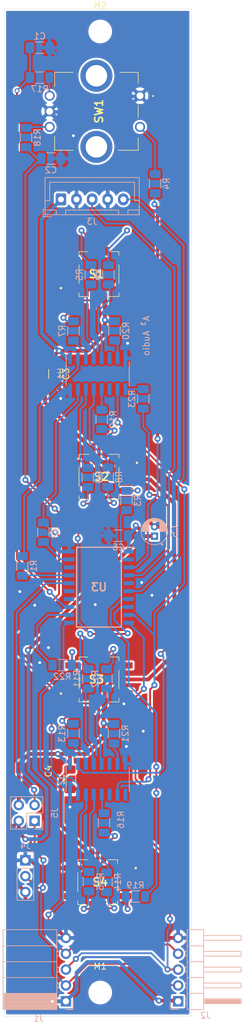
<source format=kicad_pcb>
(kicad_pcb (version 20211014) (generator pcbnew)
  (title_block (comment 4 "AISLER Project ID: ZHBAFTOC"))
  (layers (0 "F.Cu" signal "Front") (31 "B.Cu" signal "Back") (34 "B.Paste" user) (35 "F.Paste" user) (36 "B.SilkS" user "B.Silkscreen") (37 "F.SilkS" user "F.Silkscreen") (38 "B.Mask" user) (39 "F.Mask" user) (44 "Edge.Cuts" user))
  (net 0 "")
  (net 1 "GND")
  (net 2 "ENCA")
  (net 3 "ENCB")
  (net 4 "VCC")
  (net 5 "BUT3")
  (net 6 "BUT2")
  (net 7 "BUT1")
  (net 8 "BUT0")
  (net 9 "PSHFDATA")
  (net 10 "PSHFUDATE")
  (net 11 "ADC1")
  (net 12 "ADC0")
  (net 13 "S1_R")
  (net 14 "Net-(R5-Pad1)")
  (net 15 "Net-(R6-Pad1)")
  (net 16 "S1_G")
  (net 17 "S1_b")
  (net 18 "Net-(R7-Pad1)")
  (net 19 "Net-(R8-Pad1)")
  (net 20 "S2_R")
  (net 21 "Net-(R9-Pad1)")
  (net 22 "Net-(R10-Pad1)")
  (net 23 "Net-(R11-Pad1)")
  (net 24 "Net-(R12-Pad1)")
  (net 25 "Net-(R13-Pad1)")
  (net 26 "Net-(R14-Pad1)")
  (net 27 "Net-(R15-Pad1)")
  (net 28 "Net-(R16-Pad1)")
  (net 29 "Net-(R17-Pad2)")
  (net 30 "Net-(R18-Pad2)")
  (net 31 "ENCSW")
  (net 32 "Net-(R20-Pad1)")
  (net 33 "Net-(R21-Pad1)")
  (net 34 "S2_G")
  (net 35 "S2_B")
  (net 36 "S3_R")
  (net 37 "S3_G")
  (net 38 "S3_B")
  (net 39 "S4_R")
  (net 40 "S4_G")
  (net 41 "S4_B")
  (net 51 "VCC_w")
  (net 52 "SDA")
  (net 53 "UPDI_w")
  (net 54 "SCL")
  (net 55 "UPDI")
  (net 56 "PSFHCLK")
  (net 64 "PSHFDATA2")
  (net 65 "Net-(R1-Pad1)")
  (net 66 "Net-(R2-Pad1)")
  (net 67 "Net-(R3-Pad1)")
  (net 68 "Net-(R4-Pad1)")
  (net 69 "Net-(R19-Pad1)")
  (net 70 "Net-(R22-Pad1)")
  (net 71 "Net-(R23-Pad1)")
  (footprint "Capacitor_SMD:C_1206_3216Metric_Pad1.33x1.80mm_HandSolder" (layer "F.Cu") (at 139.25 140.3 -90)
    (fp_text reference "C4")
    (fp_text value "100nF")
  )
  (footprint "Capacitor_SMD:C_1206_3216Metric_Pad1.33x1.80mm_HandSolder" (layer "F.Cu") (at 136.75 75.3 -90)
    (fp_text reference "C3")
    (fp_text value "100nF")
  )
  (footprint "3dAudioFoot:228CMVARGBFR_SMD" (layer "F.Cu") (at 143.9 91.8)
    (fp_text reference "S2")
    (fp_text value "228CMVARGBFR" hide)
  )
  (footprint "3dAudioFoot:228CMVARGBFR_SMD" (layer "F.Cu") (at 143.9 124.3 180)
    (fp_text reference "S3")
    (fp_text value "228CMVARGBFR" hide)
  )
  (footprint "3dAudioFoot:228CMVARGBFR_SMD" (layer "F.Cu") (at 143.7 156.8)
    (fp_text reference "S4")
    (fp_text value "228CMVARGBFR" hide)
  )
  (footprint "3dAudioFoot:228CMVARGBFR_SMD" (layer "F.Cu") (at 143.9 59.3 180)
    (fp_text reference "S1")
    (fp_text value "228CMVARGBFR" hide)
  )
  (footprint "MountingHole:MountingHole_3.2mm_M3" (layer "F.Cu") (at 144.1 20.4)
    (fp_text reference "M2")
    (fp_text value "MountingHole_3.2mm_M3")
  )
  (footprint "3dAudioFoot:PEC11R4230KS0024" (layer "F.Cu") (at 143.4875 30.7 -90)
    (fp_text reference "SW1")
    (fp_text value "Rotary_Encoder_Switch" hide)
  )
  (footprint "MountingHole:MountingHole_3.2mm_M3" (layer "F.Cu") (at 144.1 174.5)
    (fp_text reference "M1")
    (fp_text value "MountingHole_3.2mm_M3")
  )
  (footprint "Package_SO:SOIC-16_3.9x9.9mm_P1.27mm" (layer "B.Cu") (at 143.7 140.3 -90)
    (fp_text reference "U2")
    (fp_text value "TPIC6C595")
  )
  (footprint "Package_SO:SOIC-16_3.9x9.9mm_P1.27mm" (layer "B.Cu") (at 143.7 75.3 -90)
    (fp_text reference "U1")
    (fp_text value "TPIC6C595")
  )
  (footprint "Resistor_SMD:R_1206_3216Metric_Pad1.30x1.75mm_HandSolder" (layer "B.Cu") (at 132.2 37.4 90)
    (fp_text reference "R18")
    (fp_text value "27k")
  )
  (footprint "Resistor_SMD:R_1206_3216Metric_Pad1.30x1.75mm_HandSolder" (layer "B.Cu") (at 142.1 91.9 90)
    (fp_text reference "R9")
    (fp_text value "155")
  )
  (footprint "Resistor_SMD:R_1206_3216Metric_Pad1.30x1.75mm_HandSolder" (layer "B.Cu") (at 144.7 147.3 90)
    (fp_text reference "R16")
    (fp_text value "100")
  )
  (footprint "Resistor_SMD:R_1206_3216Metric_Pad1.30x1.75mm_HandSolder" (layer "B.Cu") (at 142.3 156.7 90)
    (fp_text reference "R15")
    (fp_text value "155")
  )
  (footprint "Resistor_SMD:R_1206_3216Metric_Pad1.30x1.75mm_HandSolder" (layer "B.Cu") (at 145.1 156.8 90)
    (fp_text reference "R14")
    (fp_text value "165")
  )
  (footprint "Resistor_SMD:R_1206_3216Metric_Pad1.30x1.75mm_HandSolder" (layer "B.Cu") (at 139.8 132.95 -90)
    (fp_text reference "R13")
    (fp_text value "100")
  )
  (footprint "Resistor_SMD:R_1206_3216Metric_Pad1.30x1.75mm_HandSolder" (layer "B.Cu") (at 145.3 91.85 90)
    (fp_text reference "R8")
    (fp_text value "165")
  )
  (footprint "Resistor_SMD:R_1206_3216Metric_Pad1.30x1.75mm_HandSolder" (layer "B.Cu") (at 145.1 124.2 -90)
    (fp_text reference "R12")
    (fp_text value "155")
  )
  (footprint "Resistor_SMD:R_1206_3216Metric_Pad1.30x1.75mm_HandSolder" (layer "B.Cu") (at 142.2 124.2 -90)
    (fp_text reference "R11")
    (fp_text value "165")
  )
  (footprint "Resistor_SMD:R_1206_3216Metric_Pad1.30x1.75mm_HandSolder" (layer "B.Cu") (at 144.335 82.6 90)
    (fp_text reference "R10")
    (fp_text value "100")
  )
  (footprint "Resistor_SMD:R_1206_3216Metric_Pad1.30x1.75mm_HandSolder" (layer "B.Cu") (at 145.4 59.4 -90)
    (fp_text reference "R6")
    (fp_text value "155")
  )
  (footprint "Resistor_SMD:R_1206_3216Metric_Pad1.30x1.75mm_HandSolder" (layer "B.Cu") (at 142.6 59.4 -90)
    (fp_text reference "R5")
    (fp_text value "165")
  )
  (footprint "Capacitor_SMD:C_1206_3216Metric_Pad1.33x1.80mm_HandSolder" (layer "B.Cu") (at 134.4 23 180)
    (fp_text reference "C1")
    (fp_text value "100nF")
  )
  (footprint "Resistor_SMD:R_1206_3216Metric_Pad1.30x1.75mm_HandSolder" (layer "B.Cu") (at 146.4 68.4 90)
    (fp_text reference "R20")
    (fp_text value "4K7")
  )
  (footprint "Resistor_SMD:R_1206_3216Metric_Pad1.30x1.75mm_HandSolder" (layer "B.Cu") (at 146.3 133 90)
    (fp_text reference "R21")
    (fp_text value "4K7")
  )
  (footprint "Resistor_SMD:R_1206_3216Metric_Pad1.30x1.75mm_HandSolder" (layer "B.Cu") (at 134.4 27.8)
    (fp_text reference "R17")
    (fp_text value "27k")
  )
  (footprint "Capacitor_SMD:C_1206_3216Metric_Pad1.33x1.80mm_HandSolder" (layer "B.Cu") (at 136.2 40.7691)
    (fp_text reference "C2")
    (fp_text value "100nF")
  )
  (footprint "Resistor_SMD:R_1206_3216Metric_Pad1.30x1.75mm_HandSolder" (layer "B.Cu") (at 139.8 68.4 -90)
    (fp_text reference "R7")
    (fp_text value "100")
  )
  (footprint "Resistor_SMD:R_1206_3216Metric_Pad1.30x1.75mm_HandSolder" (layer "B.Cu") (at 138 122)
    (fp_text reference "R22")
    (fp_text value "4k7")
  )
  (footprint "3dAudioFoot:attiny1626" (layer "B.Cu") (at 143.9 109.5 180)
    (fp_text reference "U3")
    (fp_text value "ATtiny1626" hide)
  )
  (footprint "Resistor_SMD:R_1206_3216Metric_Pad1.30x1.75mm_HandSolder" (layer "B.Cu") (at 149.75 159.1 180)
    (fp_text reference "R19")
    (fp_text value "4k7")
  )
  (footprint "Resistor_SMD:R_1206_3216Metric_Pad1.30x1.75mm_HandSolder" (layer "B.Cu") (at 151 79.3 -90)
    (fp_text reference "R23")
    (fp_text value "0R")
  )
  (footprint "Resistor_SMD:R_1206_3216Metric_Pad1.30x1.75mm_HandSolder" (layer "B.Cu") (at 135 100.7 90)
    (fp_text reference "R2")
    (fp_text value "0R")
  )
  (footprint "Connector_PinHeader_2.54mm:PinHeader_2x02_P2.54mm_Vertical" (layer "B.Cu") (at 133.575 146.975 90)
    (fp_text reference "J5")
    (fp_text value "Programm_Jumper")
  )
  (footprint "Capacitor_THT:CP_Radial_D4.0mm_P1.50mm" (layer "B.Cu") (at 152.8 101.3226 90)
    (fp_text reference "C5")
    (fp_text value "10uF")
  )
  (footprint "Connector_PinSocket_2.54mm:PinSocket_1x05_P2.54mm_Horizontal" (layer "B.Cu") (at 138.6 175.9)
    (fp_text reference "J1")
    (fp_text value "SPI_Female")
  )
  (footprint "Connector_PinHeader_2.54mm:PinHeader_1x03_P2.54mm_Vertical" (layer "B.Cu") (at 132.1 153.3 180)
    (fp_text reference "J4")
    (fp_text value "UPDI_Interface")
  )
  (footprint "3dAudioFoot:JST_XH_B5B-XH-A_1x05_P2.50mm_Vertical" (layer "B.Cu") (at 137.8 47.325)
    (fp_text reference "J3")
    (fp_text value "Conn_01x05")
  )
  (footprint "Capacitor_SMD:C_1206_3216Metric_Pad1.33x1.80mm_HandSolder" (layer "B.Cu") (at 147 101.25)
    (fp_text reference "C6")
    (fp_text value "100nF")
  )
  (footprint "Resistor_SMD:R_1206_3216Metric_Pad1.30x1.75mm_HandSolder" (layer "B.Cu") (at 152.9 44.8 90)
    (fp_text reference "R4")
    (fp_text value "4k7")
  )
  (footprint "Resistor_SMD:R_1206_3216Metric_Pad1.30x1.75mm_HandSolder" (layer "B.Cu") (at 148.3 95.6 90)
    (fp_text reference "R3")
    (fp_text value "4k7")
  )
  (footprint "Connector_PinHeader_2.54mm:PinHeader_1x05_P2.54mm_Horizontal" (layer "B.Cu") (at 156.6 175.9)
    (fp_text reference "J2")
    (fp_text value "SPI_Male")
  )
  (footprint "Resistor_SMD:R_1206_3216Metric_Pad1.30x1.75mm_HandSolder" (layer "B.Cu") (at 131.6 106.1 90)
    (fp_text reference "R1")
    (fp_text value "0R")
  )
  (gr_line (start 128.7 16.8) (end 128.7 178.3) (layer "Edge.Cuts") (width 0.05))
  (gr_line (start 128.7 178.3) (end 158.7 178.3) (layer "Edge.Cuts") (width 0.05))
  (gr_line (start 128.7 16.8) (end 158.7 16.8) (layer "Edge.Cuts") (width 0.05))
  (gr_line (start 158.7 16.8) (end 158.7 178.3) (layer "Edge.Cuts") (width 0.05))
  (gr_text "A³ Audio" (at 151.5 69.2 90) (layer "B.SilkS") (effects (font (size 1 1)) (justify mirror)))
  (segment (start 137.16 156.89) (end 139.5 154.55) (width 0.6) (layer "F.Cu") (net 1))
  (segment (start 153.8226 99.8226) (end 154 100) (width 0.6) (layer "F.Cu") (net 1))
  (segment (start 147.9 128.2) (end 147.9 126.1875) (width 0.6) (layer "F.Cu") (net 1))
  (segment (start 148.3 135.0375) (end 147.9 134.6375) (width 0.6) (layer "F.Cu") (net 1))
  (segment (start 154 100) (end 154 105.5) (width 0.6) (layer "F.Cu") (net 1))
  (segment (start 137.75 77.8625) (end 136.75 76.8625) (width 0.6) (layer "F.Cu") (net 1))
  (segment (start 148.1 70) (end 148.1 61.55) (width 0.6) (layer "F.Cu") (net 1))
  (segment (start 152.8 99.8226) (end 153.8226 99.8226) (width 0.6) (layer "F.Cu") (net 1))
  (segment (start 147.9 134.6375) (end 147.9 128.2) (width 0.6) (layer "F.Cu") (net 1))
  (segment (start 147.2 112.3) (end 150.75 108.75) (width 0.6) (layer "F.Cu") (net 1))
  (segment (start 138.6 165.74) (end 156.6 165.74) (width 0.6) (layer "F.Cu") (net 1))
  (segment (start 137.16 157.48) (end 132.98 153.3) (width 0.6) (layer "F.Cu") (net 1))
  (segment (start 132.98 153.3) (end 132.1 153.3) (width 0.6) (layer "F.Cu") (net 1))
  (segment (start 137.75 79.25) (end 137.75 77.8625) (width 0.6) (layer "F.Cu") (net 1))
  (segment (start 138.6 165.74) (end 137.16 164.3) (width 0.6) (layer "F.Cu") (net 1))
  (segment (start 139.25 141.8625) (end 139.25 144.75) (width 0.6) (layer "F.Cu") (net 1))
  (segment (start 154 105.5) (end 150.75 108.75) (width 0.6) (layer "F.Cu") (net 1))
  (segment (start 143.3 112.3) (end 147.2 112.3) (width 0.6) (layer "F.Cu") (net 1))
  (segment (start 137.16 157.48) (end 137.16 156.89) (width 0.6) (layer "F.Cu") (net 1))
  (segment (start 148.5 70.4) (end 148.1 70) (width 0.6) (layer "F.Cu") (net 1))
  (segment (start 137.16 164.3) (end 137.16 157.48) (width 0.6) (layer "F.Cu") (net 1))
  (via (at 131.2 110.2) (size 1) (drill 0.45) (layers "F.Cu" "B.Cu") (net 1))
  (via (at 133.6 112.4) (size 1) (drill 0.45) (layers "F.Cu" "B.Cu") (net 1))
  (via (at 152.4 110.8) (size 1) (drill 0.45) (layers "F.Cu" "B.Cu") (net 1))
  (via (at 143.3 112.3) (size 1) (drill 0.45) (layers "F.Cu" "B.Cu") (net 1))
  (via (at 139.25 144.75) (size 1) (drill 0.45) (layers "F.Cu" "B.Cu") (net 1))
  (via (at 135.8 119.2) (size 1) (drill 0.45) (layers "F.Cu" "B.Cu") (net 1))
  (via (at 150.75 108.75) (size 1) (drill 0.45) (layers "F.Cu" "B.Cu") (net 1))
  (via (at 134.4 121.6) (size 1) (drill 0.45) (layers "F.Cu" "B.Cu") (net 1))
  (via (at 148.5 70.4) (size 1) (drill 0.45) (layers "F.Cu" "B.Cu") (net 1))
  (via (at 151 132.6) (size 1) (drill 0.45) (layers "F.Cu" "B.Cu") (net 1))
  (via (at 147.9 128.2) (size 1) (drill 0.45) (layers "F.Cu" "B.Cu") (net 1))
  (via (at 148.3 135.0375) (size 1) (drill 0.45) (layers "F.Cu" "B.Cu") (net 1))
  (via (at 139.8 37.1125) (size 1) (drill 0.45) (layers "F.Cu" "B.Cu") (net 1))
  (via (at 137.75 79.25) (size 1) (drill 0.45) (layers "F.Cu" "B.Cu") (net 1))
  (segment (start 147.945 135.3925) (end 148.3 135.0375) (width 0.6) (layer "B.Cu") (net 1))
  (segment (start 137.4125 29.4125) (end 141.3 33.3) (width 0.6) (layer "B.Cu") (net 1))
  (segment (start 147.9 119.15) (end 143.25 114.5) (width 0.6) (layer "B.Cu") (net 1))
  (segment (start 150.75 108.75) (end 155.9 103.6) (width 0.6) (layer "B.Cu") (net 1))
  (segment (start 143.25 114.5) (end 143.25 112.35) (width 0.6) (layer "B.Cu") (net 1))
  (segment (start 139.125 103.785) (end 139.125 101.519365) (width 0.6) (layer "B.Cu") (net 1))
  (segment (start 155.9 103.6) (end 155.9 92.1) (width 0.6) (layer "B.Cu") (net 1))
  (segment (start 135.9875 33.3) (end 139.8 37.1125) (width 0.6) (layer "B.Cu") (net 1))
  (segment (start 139.255 144.745) (end 139.25 144.75) (width 0.6) (layer "B.Cu") (net 1))
  (segment (start 137.7625 34.975) (end 135.9875 33.2) (width 0.6) (layer "B.Cu") (net 1))
  (segment (start 143.1 33.5) (end 142.9 33.3) (width 0.6) (layer "B.Cu") (net 1))
  (segment (start 143.25 112.35) (end 143.3 112.3) (width 0.6) (layer "B.Cu") (net 1))
  (segment (start 135.9625 23) (end 137.4125 24.45) (width 0.6) (layer "B.Cu") (net 1))
  (segment (start 142.9 33.3) (end 141.3 33.3) (width 0.6) (layer "B.Cu") (net 1))
  (segment (start 140.844365 99.8) (end 143.9875 99.8) (width 0.6) (layer "B.Cu") (net 1))
  (segment (start 137.4125 24.45) (end 137.4125 29.4125) (width 0.6) (layer "B.Cu") (net 1))
  (segment (start 145.8 30.8) (end 143.1 33.5) (width 0.6) (layer "B.Cu") (net 1))
  (segment (start 147.9 128.2) (end 147.9 119.15) (width 0.6) (layer "B.Cu") (net 1))
  (segment (start 137.7625 40.7691) (end 137.7625 34.975) (width 0.6) (layer "B.Cu") (net 1))
  (segment (start 155.9 92.1) (end 156.75 91.25) (width 0.6) (layer "B.Cu") (net 1))
  (segment (start 139.125 101.519365) (end 140.844365 99.8) (width 0.6) (layer "B.Cu") (net 1))
  (segment (start 141.3 33.3) (end 135.9875 33.3) (width 0.6) (layer "B.Cu") (net 1))
  (segment (start 139.255 77.775) (end 139.225 77.775) (width 0.6) (layer "B.Cu") (net 1))
  (segment (start 143.9875 99.8) (end 145.4375 101.25) (width 0.6) (layer "B.Cu") (net 1))
  (segment (start 148.145 70.755) (end 148.5 70.4) (width 0.6) (layer "B.Cu") (net 1))
  (segment (start 147.945 137.4625) (end 147.945 135.3925) (width 0.6) (layer "B.Cu") (net 1))
  (segment (start 150.4875 30.8) (end 145.8 30.8) (width 0.6) (layer "B.Cu") (net 1))
  (segment (start 148.145 72.825) (end 148.145 70.755) (width 0.6) (layer "B.Cu") (net 1))
  (segment (start 156.75 91.25) (end 156.75 56.75) (width 0.6) (layer "B.Cu") (net 1))
  (segment (start 139.255 142.775) (end 139.255 144.745) (width 0.6) (layer "B.Cu") (net 1))
  (segment (start 139.225 77.775) (end 137.75 79.25) (width 0.6) (layer "B.Cu") (net 1))
  (segment (start 136 110.25) (end 130.75 105) (width 0.3) (layer "F.Cu") (net 2))
  (segment (start 130.75 105) (end 130.75 29.9) (width 0.3) (layer "F.Cu") (net 2))
  (via (at 136 110.25) (size 1) (drill 0.45) (layers "F.Cu" "B.Cu") (net 2))
  (via (at 130.75 29.9) (size 0.8) (drill 0.45) (layers "F.Cu" "B.Cu") (net 2))
  (segment (start 139.125 112.675) (end 138.425 112.675) (width 0.3) (layer "B.Cu") (net 2))
  (segment (start 132.8375 27.7875) (end 132.85 27.8) (width 0.3) (layer "B.Cu") (net 2))
  (segment (start 138.425 112.675) (end 136 110.25) (width 0.3) (layer "B.Cu") (net 2))
  (segment (start 132.85 27.8) (end 130.75 29.9) (width 0.3) (layer "B.Cu") (net 2))
  (segment (start 132.8375 23) (end 132.8375 27.7875) (width 0.3) (layer "B.Cu") (net 2))
  (segment (start 140.6 101.6) (end 140.5 101.7) (width 0.3) (layer "F.Cu") (net 3))
  (segment (start 132.1 92.3) (end 136.7 96.9) (width 0.3) (layer "F.Cu") (net 3))
  (segment (start 136.7 96.9) (end 136.8 96.9) (width 0.3) (layer "F.Cu") (net 3))
  (segment (start 142.5 117) (end 148.4 117) (width 0.3) (layer "F.Cu") (net 3))
  (segment (start 140.6 100.7) (end 140.6 101.6) (width 0.3) (layer "F.Cu") (net 3))
  (segment (start 148.4 117) (end 148.5 116.9) (width 0.3) (layer "F.Cu") (net 3))
  (segment (start 136.8 96.9) (end 140.6 100.7) (width 0.3) (layer "F.Cu") (net 3))
  (via (at 136.8 96.9) (size 1) (drill 0.45) (layers "F.Cu" "B.Cu") (net 3))
  (via (at 142.5 117) (size 1) (drill 0.45) (layers "F.Cu" "B.Cu") (net 3))
  (via (at 132.1 92.3) (size 1) (drill 0.45) (layers "F.Cu" "B.Cu") (net 3))
  (via (at 140.5 101.7) (size 1) (drill 0.45) (layers "F.Cu" "B.Cu") (net 3))
  (via (at 148.5 116.9) (size 1) (drill 0.45) (layers "F.Cu" "B.Cu") (net 3))
  (segment (start 147.425 112.675) (end 146.4 113.7) (width 0.3) (layer "B.Cu") (net 3))
  (segment (start 134.6375 40.7691) (end 134.0191 40.7691) (width 0.3) (layer "B.Cu") (net 3))
  (segment (start 140.5 101.7) (end 140.5 115) (width 0.3) (layer "B.Cu") (net 3))
  (segment (start 132.1 43.3066) (end 134.6375 40.7691) (width 0.3) (layer "B.Cu") (net 3))
  (segment (start 148.675 112.675) (end 147.425 112.675) (width 0.3) (layer "B.Cu") (net 3))
  (segment (start 146.4 114.8) (end 148.5 116.9) (width 0.3) (layer "B.Cu") (net 3))
  (segment (start 140.5 115) (end 142.5 117) (width 0.3) (layer "B.Cu") (net 3))
  (segment (start 132.1 46.0691) (end 132.1 43.3066) (width 0.3) (layer "B.Cu") (net 3))
  (segment (start 132.1 92.3) (end 132.1 46.0691) (width 0.3) (layer "B.Cu") (net 3))
  (segment (start 134.0191 40.7691) (end 132.2 38.95) (width 0.3) (layer "B.Cu") (net 3))
  (segment (start 146.4 113.7) (end 146.4 114.8) (width 0.3) (layer "B.Cu") (net 3))
  (segment (start 139.25 138.7375) (end 139.25 136.25) (width 0.6) (layer "F.Cu") (net 4))
  (segment (start 144.65 133.4875) (end 144.65 131.2875) (width 0.6) (layer "F.Cu") (net 4))
  (segment (start 136.75 73.7375) (end 136.75 72.35) (width 0.6) (layer "F.Cu") (net 4))
  (segment (start 137.5 71.6) (end 142.1 71.6) (width 0.6) (layer "F.Cu") (net 4))
  (segment (start 142.95 89.25) (end 145.9 92.2) (width 0.6) (layer "F.Cu") (net 4))
  (segment (start 142.1 71.6) (end 142.6 71.1) (width 0.6) (layer "F.Cu") (net 4))
  (segment (start 142.6 71.1) (end 144.85 68.85) (width 0.6) (layer "F.Cu") (net 4))
  (segment (start 142.4 135.7375) (end 144.65 133.4875) (width 0.6) (layer "F.Cu") (net 4))
  (segment (start 144.85 128.5) (end 144.85 125.95) (width 0.6) (layer "F.Cu") (net 4))
  (segment (start 135.25 75.2375) (end 136.75 73.7375) (width 0.6) (layer "F.Cu") (net 4))
  (segment (start 137.75 140.2375) (end 139.25 138.7375) (width 0.6) (layer "F.Cu") (net 4))
  (segment (start 144.85 125.95) (end 146.5 124.3) (width 0.6) (layer "F.Cu") (net 4))
  (segment (start 136.75 72.35) (end 137.5 71.6) (width 0.6) (layer "F.Cu") (net 4))
  (segment (start 131.035 137.865) (end 132.6625 136.2375) (width 0.6) (layer "F.Cu") (net 4))
  (segment (start 131.035 144.435) (end 131.035 137.865) (width 0.6) (layer "F.Cu") (net 4))
  (segment (start 132.6625 136.2375) (end 137.3 136.2375) (width 0.6) (layer "F.Cu") (net 4))
  (segment (start 142.95 87.6) (end 135.25 79.9) (width 0.6) (layer "F.Cu") (net 4))
  (segment (start 145.9 92.2) (end 152.1 92.2) (width 0.6) (layer "F.Cu") (net 4))
  (segment (start 142.75 152.6) (end 137.75 147.6) (width 0.6) (layer "F.Cu") (net 4))
  (segment (start 137.3 136.2375) (end 139.2625 136.2375) (width 0.6) (layer "F.Cu") (net 4))
  (segment (start 139.2625 136.2375) (end 141.9 136.2375) (width 0.6) (layer "F.Cu") (net 4))
  (segment (start 144.85 66.65) (end 144.85 63.5) (width 0.6) (layer "F.Cu") (net 4))
  (segment (start 146.5 124.3) (end 151.8 124.3) (width 0.6) (layer "F.Cu") (net 4))
  (segment (start 139.25 136.25) (end 139.2625 136.2375) (width 0.6) (layer "F.Cu") (net 4))
  (segment (start 151.8 124.3) (end 156 120.1) (width 0.6) (layer "F.Cu") (net 4))
  (segment (start 141.9 136.2375) (end 142.4 135.7375) (width 0.6) (layer "F.Cu") (net 4))
  (segment (start 144.65 131.2875) (end 144.65 128.1375) (width 0.6) (layer "F.Cu") (net 4))
  (segment (start 156 120.1) (end 156 96.1) (width 0.6) (layer "F.Cu") (net 4))
  (segment (start 152.1 92.2) (end 156 96.1) (width 0.6) (layer "F.Cu") (net 4))
  (segment (start 137.75 147.6) (end 137.75 140.2375) (width 0.6) (layer "F.Cu") (net 4))
  (segment (start 142.95 87.6) (end 142.95 89.25) (width 0.6) (layer "F.Cu") (net 4))
  (segment (start 135.25 79.9) (end 135.25 75.2375) (width 0.6) (layer "F.Cu") (net 4))
  (segment (start 144.85 68.85) (end 144.85 66.65) (width 0.6) (layer "F.Cu") (net 4))
  (via (at 144.65 131.2875) (size 1) (drill 0.45) (layers "F.Cu" "B.Cu") (net 4))
  (via (at 137.5 71.6) (size 1) (drill 0.45) (layers "F.Cu" "B.Cu") (net 4))
  (via (at 144.85 66.65) (size 1) (drill 0.45) (layers "F.Cu" "B.Cu") (net 4))
  (via (at 137.3 136.2375) (size 1) (drill 0.45) (layers "F.Cu" "B.Cu") (net 4))
  (segment (start 144.85 131.4875) (end 144.65 131.2875) (width 0.6) (layer "B.Cu") (net 4))
  (segment (start 134.7 68.8) (end 134.7 50.5) (width 0.6) (layer "B.Cu") (net 4))
  (segment (start 139.055 137.4625) (end 138.525 137.4625) (width 0.6) (layer "B.Cu") (net 4))
  (segment (start 137.8 47.4) (end 137.8 47.325) (width 0.6) (layer "B.Cu") (net 4))
  (segment (start 138.525 137.4625) (end 137.3 136.2375) (width 0.6) (layer "B.Cu") (net 4))
  (segment (start 146.4 66.85) (end 145.05 66.85) (width 0.6) (layer "B.Cu") (net 4))
  (segment (start 146.2 131.4875) (end 144.85 131.4875) (width 0.6) (layer "B.Cu") (net 4))
  (segment (start 145.05 66.85) (end 144.85 66.65) (width 0.6) (layer "B.Cu") (net 4))
  (segment (start 137.5 71.6) (end 134.7 68.8) (width 0.6) (layer "B.Cu") (net 4))
  (segment (start 134.7 50.5) (end 137.8 47.4) (width 0.6) (layer "B.Cu") (net 4))
  (segment (start 138.725 72.825) (end 137.5 71.6) (width 0.6) (layer "B.Cu") (net 4))
  (segment (start 139.255 72.825) (end 138.725 72.825) (width 0.6) (layer "B.Cu") (net 4))
  (segment (start 148.5 161.1) (end 148.5 159.65) (width 0.3) (layer "F.Cu") (net 5))
  (segment (start 148.5 159.65) (end 147.9 159.05) (width 0.3) (layer "F.Cu") (net 5))
  (via (at 148.5 161.1) (size 1) (drill 0.45) (layers "F.Cu" "B.Cu") (net 5))
  (segment (start 148.2 159.1) (end 148.2 160.8) (width 0.3) (layer "B.Cu") (net 5))
  (segment (start 148.2 160.8) (end 148.5 161.1) (width 0.3) (layer "B.Cu") (net 5))
  (segment (start 139.6 119.9) (end 139.6 121.95) (width 0.3) (layer "F.Cu") (net 6))
  (segment (start 139.6 121.95) (end 139.7 122.05) (width 0.3) (layer "F.Cu") (net 6))
  (via (at 139.6 119.9) (size 1) (drill 0.45) (layers "F.Cu" "B.Cu") (net 6))
  (segment (start 139.55 122) (end 139.55 119.95) (width 0.3) (layer "B.Cu") (net 6))
  (segment (start 139.55 119.95) (end 139.6 119.9) (width 0.3) (layer "B.Cu") (net 6))
  (segment (start 150.1 94) (end 148.15 94) (width 0.3) (layer "F.Cu") (net 7))
  (segment (start 148.15 94) (end 148.1 94.05) (width 0.3) (layer "F.Cu") (net 7))
  (via (at 150.1 94) (size 1) (drill 0.45) (layers "F.Cu" "B.Cu") (net 7))
  (segment (start 150.05 94.05) (end 150.1 94) (width 0.3) (layer "B.Cu") (net 7))
  (segment (start 148.3 94.05) (end 150.05 94.05) (width 0.3) (layer "B.Cu") (net 7))
  (segment (start 131.9 94.9) (end 134.4 92.4) (width 0.3) (layer "B.Cu") (net 9))
  (segment (start 140.525 74.475) (end 140.525 72.825) (width 0.3) (layer "B.Cu") (net 9))
  (segment (start 134.4 80.6) (end 140.525 74.475) (width 0.3) (layer "B.Cu") (net 9))
  (segment (start 131.6 104.55) (end 131.9 104.25) (width 0.3) (layer "B.Cu") (net 9))
  (segment (start 131.9 104.25) (end 131.9 94.9) (width 0.3) (layer "B.Cu") (net 9))
  (segment (start 134.4 92.4) (end 134.4 80.6) (width 0.3) (layer "B.Cu") (net 9))
  (segment (start 151.8495 140.3) (end 152.11066 140.03884) (width 0.3) (layer "F.Cu") (net 10))
  (segment (start 152.11066 125.88934) (end 152.8 125.2) (width 0.3) (layer "F.Cu") (net 10))
  (segment (start 157.6 93.8) (end 146.9 83.1) (width 0.3) (layer "F.Cu") (net 10))
  (segment (start 152.11066 140.03884) (end 152.11066 125.88934) (width 0.3) (layer "F.Cu") (net 10))
  (via (at 157.6 93.8) (size 1) (drill 0.45) (layers "F.Cu" "B.Cu") (net 10))
  (via (at 152.8 125.2) (size 1) (drill 0.45) (layers "F.Cu" "B.Cu") (net 10))
  (via (at 146.9 83.1) (size 1) (drill 0.45) (layers "F.Cu" "B.Cu") (net 10))
  (via (at 151.8495 140.3) (size 1) (drill 0.45) (layers "F.Cu" "B.Cu") (net 10))
  (segment (start 151.5 140.7) (end 151.8495 140.3505) (width 0.3) (layer "B.Cu") (net 10))
  (segment (start 146.9 81.15) (end 146.875 81.125) (width 0.3) (layer "B.Cu") (net 10))
  (segment (start 146.9 141.2) (end 147.4 140.7) (width 0.3) (layer "B.Cu") (net 10))
  (segment (start 152.8 125.2) (end 152.8 117.2) (width 0.3) (layer "B.Cu") (net 10))
  (segment (start 146.9 83.1) (end 146.9 81.15) (width 0.3) (layer "B.Cu") (net 10))
  (segment (start 151.8495 140.3505) (end 151.8495 140.3) (width 0.3) (layer "B.Cu") (net 10))
  (segment (start 157.6 108.9) (end 157.6 93.8) (width 0.3) (layer "B.Cu") (net 10))
  (segment (start 146.875 142.775) (end 146.9 142.75) (width 0.3) (layer "B.Cu") (net 10))
  (segment (start 147.4 140.7) (end 151.5 140.7) (width 0.3) (layer "B.Cu") (net 10))
  (segment (start 152.8 117.2) (end 149.5 113.9) (width 0.3) (layer "B.Cu") (net 10))
  (segment (start 146.875 77.775) (end 146.875 81.125) (width 0.3) (layer "B.Cu") (net 10))
  (segment (start 152.8 113.7) (end 157.6 108.9) (width 0.3) (layer "B.Cu") (net 10))
  (segment (start 146.9 142.75) (end 146.9 141.2) (width 0.3) (layer "B.Cu") (net 10))
  (segment (start 152.8 117.2) (end 152.8 113.7) (width 0.3) (layer "B.Cu") (net 10))
  (segment (start 156.65 104.193503) (end 156.65 92.85) (width 0.3) (layer "B.Cu") (net 11))
  (segment (start 150.125 47.325) (end 147.8 47.325) (width 0.3) (layer "B.Cu") (net 11))
  (segment (start 157.5 54.7) (end 157.5 54.675) (width 0.3) (layer "B.Cu") (net 11))
  (segment (start 157.5 92) (end 157.5 54.7) (width 0.3) (layer "B.Cu") (net 11))
  (segment (start 150.708503 110.135) (end 156.65 104.193503) (width 0.3) (layer "B.Cu") (net 11))
  (segment (start 148.675 110.135) (end 150.708503 110.135) (width 0.3) (layer "B.Cu") (net 11))
  (segment (start 156.65 92.85) (end 157.5 92) (width 0.3) (layer "B.Cu") (net 11))
  (segment (start 157.5 54.7) (end 150.125 47.325) (width 0.3) (layer "B.Cu") (net 11))
  (segment (start 156 58.6) (end 156 58.556497) (width 0.3) (layer "B.Cu") (net 12))
  (segment (start 156 90.5) (end 156 58.6) (width 0.3) (layer "B.Cu") (net 12))
  (segment (start 145 51.2) (end 142.8 49) (width 0.3) (layer "B.Cu") (net 12))
  (segment (start 156 58.556497) (end 148.643503 51.2) (width 0.3) (layer "B.Cu") (net 12))
  (segment (start 155.15 91.35) (end 156 90.5) (width 0.3) (layer "B.Cu") (net 12))
  (segment (start 148.643503 51.2) (end 145 51.2) (width 0.3) (layer "B.Cu") (net 12))
  (segment (start 148.675 107.595) (end 150.84434 107.595) (width 0.3) (layer "B.Cu") (net 12))
  (segment (start 150.84434 107.595) (end 155.15 103.28934) (width 0.3) (layer "B.Cu") (net 12))
  (segment (start 155.15 103.28934) (end 155.15 91.35) (width 0.3) (layer "B.Cu") (net 12))
  (segment (start 142.8 49) (end 142.8 47.325) (width 0.3) (layer "B.Cu") (net 12))
  (segment (start 156 58.6) (end 156 58.175) (width 0.3) (layer "B.Cu") (net 12))
  (segment (start 143.065 72.825) (end 143.065 70.565) (width 0.3) (layer "B.Cu") (net 13))
  (segment (start 142 69.5) (end 142 61.55) (width 0.3) (layer "B.Cu") (net 13))
  (segment (start 143.065 70.565) (end 142 69.5) (width 0.3) (layer "B.Cu") (net 13))
  (segment (start 142 61.55) (end 142.6 60.95) (width 0.3) (layer "B.Cu") (net 13))
  (segment (start 142.95 54.15) (end 142.95 55.1) (width 0.3) (layer "F.Cu") (net 14))
  (segment (start 141.1 52.3) (end 142.95 54.15) (width 0.3) (layer "F.Cu") (net 14))
  (via (at 141.1 52.3) (size 1) (drill 0.45) (layers "F.Cu" "B.Cu") (net 14))
  (segment (start 142.6 57.85) (end 141.1 56.35) (width 0.3) (layer "B.Cu") (net 14))
  (segment (start 141.1 56.35) (end 141.1 52.3) (width 0.3) (layer "B.Cu") (net 14))
  (segment (start 145.6 55.1) (end 144.85 55.1) (width 0.3) (layer "F.Cu") (net 15))
  (segment (start 148.4 52.3) (end 145.6 55.1) (width 0.3) (layer "F.Cu") (net 15))
  (via (at 148.4 52.3) (size 1) (drill 0.45) (layers "F.Cu" "B.Cu") (net 15))
  (segment (start 145.4 57.85) (end 145.4 55.3) (width 0.3) (layer "B.Cu") (net 15))
  (segment (start 145.4 55.3) (end 148.4 52.3) (width 0.3) (layer "B.Cu") (net 15))
  (segment (start 145.6 63.4) (end 145.6 61.15) (width 0.3) (layer "B.Cu") (net 16))
  (segment (start 143.8 65.2) (end 145.6 63.4) (width 0.3) (layer "B.Cu") (net 16))
  (segment (start 144.335 72.825) (end 144.335 69.041191) (width 0.3) (layer "B.Cu") (net 16))
  (segment (start 145.6 61.15) (end 145.4 60.95) (width 0.3) (layer "B.Cu") (net 16))
  (segment (start 143.8 68.506191) (end 143.8 65.2) (width 0.3) (layer "B.Cu") (net 16))
  (segment (start 144.335 69.041191) (end 143.8 68.506191) (width 0.3) (layer "B.Cu") (net 16))
  (segment (start 141.795 72.825) (end 141.795 72.045) (width 0.3) (layer "B.Cu") (net 17))
  (segment (start 141.795 72.045) (end 139.7 69.95) (width 0.3) (layer "B.Cu") (net 17))
  (segment (start 141 63.5) (end 142.95 63.5) (width 0.3) (layer "F.Cu") (net 18))
  (segment (start 138.2 66.3) (end 141 63.5) (width 0.3) (layer "F.Cu") (net 18))
  (via (at 138.2 66.3) (size 1) (drill 0.45) (layers "F.Cu" "B.Cu") (net 18))
  (segment (start 138.75 66.85) (end 138.2 66.3) (width 0.3) (layer "B.Cu") (net 18))
  (segment (start 139.7 66.85) (end 138.75 66.85) (width 0.3) (layer "B.Cu") (net 18))
  (segment (start 146.3 96) (end 144.85 96) (width 0.3) (layer "F.Cu") (net 19))
  (via (at 146.3 96) (size 1) (drill 0.45) (layers "F.Cu" "B.Cu") (net 19))
  (segment (start 145.3 93.4) (end 145.3 95) (width 0.3) (layer "B.Cu") (net 19))
  (segment (start 145.3 95) (end 146.3 96) (width 0.3) (layer "B.Cu") (net 19))
  (segment (start 142.4 86.3) (end 142.4 80.9) (width 0.3) (layer "B.Cu") (net 20))
  (segment (start 142.4 80.9) (end 143.065 80.235) (width 0.3) (layer "B.Cu") (net 20))
  (segment (start 145.3 90.3) (end 145.3 89.2) (width 0.3) (layer "B.Cu") (net 20))
  (segment (start 143.065 80.235) (end 143.065 77.775) (width 0.3) (layer "B.Cu") (net 20))
  (segment (start 145.3 89.2) (end 142.4 86.3) (width 0.3) (layer "B.Cu") (net 20))
  (segment (start 141.4 96.1) (end 142.85 96.1) (width 0.3) (layer "F.Cu") (net 21))
  (segment (start 142.85 96.1) (end 142.95 96) (width 0.3) (layer "F.Cu") (net 21))
  (via (at 141.4 96.1) (size 1) (drill 0.45) (layers "F.Cu" "B.Cu") (net 21))
  (segment (start 142.1 93.45) (end 142.1 95.4) (width 0.3) (layer "B.Cu") (net 21))
  (segment (start 142.1 95.4) (end 141.4 96.1) (width 0.3) (layer "B.Cu") (net 21))
  (segment (start 144.85 85.95) (end 144.85 87.6) (width 0.3) (layer "F.Cu") (net 22))
  (segment (start 146.4 84.4) (end 144.85 85.95) (width 0.3) (layer "F.Cu") (net 22))
  (via (at 146.4 84.4) (size 1) (drill 0.45) (layers "F.Cu" "B.Cu") (net 22))
  (segment (start 144.335 84.15) (end 146.15 84.15) (width 0.3) (layer "B.Cu") (net 22))
  (segment (start 146.15 84.15) (end 146.4 84.4) (width 0.3) (layer "B.Cu") (net 22))
  (segment (start 140.9 116.9375) (end 142.75 118.7875) (width 0.3) (layer "F.Cu") (net 23))
  (segment (start 142.75 118.7875) (end 142.75 119.7375) (width 0.3) (layer "F.Cu") (net 23))
  (via (at 140.9 116.9375) (size 1) (drill 0.45) (layers "F.Cu" "B.Cu") (net 23))
  (segment (start 142.4 122.4875) (end 140.9 120.9875) (width 0.3) (layer "B.Cu") (net 23))
  (segment (start 140.9 120.9875) (end 140.9 116.9375) (width 0.3) (layer "B.Cu") (net 23))
  (segment (start 144.85 120.1) (end 145.5 120.1) (width 0.3) (layer "F.Cu") (net 24))
  (segment (start 145.5 120.1) (end 146.2 119.4) (width 0.3) (layer "F.Cu") (net 24))
  (via (at 146.2 119.4) (size 1) (drill 0.45) (layers "F.Cu" "B.Cu") (net 24))
  (segment (start 146.2 121.55) (end 145.1 122.65) (width 0.3) (layer "B.Cu") (net 24))
  (segment (start 146.2 119.4) (end 146.2 121.55) (width 0.3) (layer "B.Cu") (net 24))
  (segment (start 138 130.9375) (end 140.8 128.1375) (width 0.3) (layer "F.Cu") (net 25))
  (segment (start 140.8 128.1375) (end 142.75 128.1375) (width 0.3) (layer "F.Cu") (net 25))
  (via (at 138 130.9375) (size 1) (drill 0.45) (layers "F.Cu" "B.Cu") (net 25))
  (segment (start 138.55 131.4875) (end 138 130.9375) (width 0.3) (layer "B.Cu") (net 25))
  (segment (start 139.5 131.4875) (end 138.55 131.4875) (width 0.3) (layer "B.Cu") (net 25))
  (segment (start 146.365 160.9875) (end 144.915 160.9875) (width 0.3) (layer "F.Cu") (net 26))
  (via (at 146.365 160.9875) (size 1) (drill 0.45) (layers "F.Cu" "B.Cu") (net 26))
  (segment (start 145.365 158.3875) (end 145.365 159.9875) (width 0.3) (layer "B.Cu") (net 26))
  (segment (start 145.365 159.9875) (end 146.365 160.9875) (width 0.3) (layer "B.Cu") (net 26))
  (segment (start 141.465 161.0875) (end 142.915 161.0875) (width 0.3) (layer "F.Cu") (net 27))
  (via (at 141.465 161.0875) (size 1) (drill 0.45) (layers "F.Cu" "B.Cu") (net 27))
  (segment (start 142.165 160.3875) (end 141.465 161.0875) (width 0.3) (layer "B.Cu") (net 27))
  (segment (start 142.165 158.4375) (end 142.165 160.3875) (width 0.3) (layer "B.Cu") (net 27))
  (segment (start 144.915 150.9375) (end 144.915 152.5875) (width 0.3) (layer "F.Cu") (net 28))
  (segment (start 146.465 149.3875) (end 144.915 150.9375) (width 0.3) (layer "F.Cu") (net 28))
  (via (at 146.465 149.3875) (size 1) (drill 0.45) (layers "F.Cu" "B.Cu") (net 28))
  (segment (start 144.4 149.1375) (end 146.215 149.1375) (width 0.3) (layer "B.Cu") (net 28))
  (segment (start 146.215 149.1375) (end 146.465 149.3875) (width 0.3) (layer "B.Cu") (net 28))
  (segment (start 135.95 30.6625) (end 135.9875 30.7) (width 0.3) (layer "B.Cu") (net 29))
  (segment (start 135.95 27.8) (end 135.95 30.6625) (width 0.3) (layer "B.Cu") (net 29))
  (segment (start 132.2 35.85) (end 132.35 35.7) (width 0.3) (layer "B.Cu") (net 30))
  (segment (start 132.35 35.7) (end 135.9875 35.7) (width 0.3) (layer "B.Cu") (net 30))
  (segment (start 152.9 38.2125) (end 150.4875 35.8) (width 0.3) (layer "B.Cu") (net 31))
  (segment (start 152.9 43.25) (end 152.9 38.2125) (width 0.3) (layer "B.Cu") (net 31))
  (segment (start 146.875 72.825) (end 146.875 70.425) (width 0.3) (layer "B.Cu") (net 32))
  (segment (start 146.875 70.425) (end 146.4 69.95) (width 0.3) (layer "B.Cu") (net 32))
  (segment (start 146.875 136.075) (end 146.875 137.825) (width 0.3) (layer "B.Cu") (net 33))
  (segment (start 146.3 135.5) (end 146.875 136.075) (width 0.3) (layer "B.Cu") (net 33))
  (segment (start 146.3 134.55) (end 146.3 135.5) (width 0.3) (layer "B.Cu") (net 33))
  (segment (start 140.9 81) (end 141.795 80.105) (width 0.3) (layer "B.Cu") (net 34))
  (segment (start 141.795 80.105) (end 141.795 77.775) (width 0.3) (layer "B.Cu") (net 34))
  (segment (start 142.1 90.35) (end 140.9 89.15) (width 0.3) (layer "B.Cu") (net 34))
  (segment (start 140.9 89.15) (end 140.9 81) (width 0.3) (layer "B.Cu") (net 34))
  (segment (start 144.335 81.05) (end 144.335 77.775) (width 0.3) (layer "B.Cu") (net 35))
  (segment (start 142.865 135.2025) (end 141.8 134.1375) (width 0.3) (layer "B.Cu") (net 36))
  (segment (start 141.8 134.1375) (end 141.8 126.1875) (width 0.3) (layer "B.Cu") (net 36))
  (segment (start 141.8 126.1875) (end 142.4 125.5875) (width 0.3) (layer "B.Cu") (net 36))
  (segment (start 142.865 137.4625) (end 142.865 135.2025) (width 0.3) (layer "B.Cu") (net 36))
  (segment (start 144.135 137.4625) (end 144.135 133.678691) (width 0.3) (layer "B.Cu") (net 37))
  (segment (start 144.135 133.678691) (end 143.6 133.143691) (width 0.3) (layer "B.Cu") (net 37))
  (segment (start 143.6 129.8375) (end 145.4 128.0375) (width 0.3) (layer "B.Cu") (net 37))
  (segment (start 145.4 125.7875) (end 145.2 125.5875) (width 0.3) (layer "B.Cu") (net 37))
  (segment (start 143.6 133.143691) (end 143.6 129.8375) (width 0.3) (layer "B.Cu") (net 37))
  (segment (start 145.4 128.0375) (end 145.4 125.7875) (width 0.3) (layer "B.Cu") (net 37))
  (segment (start 141.595 136.6825) (end 139.5 134.5875) (width 0.3) (layer "B.Cu") (net 38))
  (segment (start 141.595 137.4625) (end 141.595 136.6825) (width 0.3) (layer "B.Cu") (net 38))
  (segment (start 145.365 154.1875) (end 142.465 151.2875) (width 0.3) (layer "B.Cu") (net 39))
  (segment (start 142.465 145.8875) (end 143.13 145.2225) (width 0.3) (layer "B.Cu") (net 39))
  (segment (start 143.13 145.2225) (end 143.13 142.7625) (width 0.3) (layer "B.Cu") (net 39))
  (segment (start 145.365 155.2875) (end 145.365 154.1875) (width 0.3) (layer "B.Cu") (net 39))
  (segment (start 142.465 151.2875) (end 142.465 145.8875) (width 0.3) (layer "B.Cu") (net 39))
  (segment (start 140.965 145.9875) (end 141.86 145.0925) (width 0.3) (layer "B.Cu") (net 40))
  (segment (start 140.965 154.1375) (end 140.965 145.9875) (width 0.3) (layer "B.Cu") (net 40))
  (segment (start 141.86 145.0925) (end 141.86 142.7625) (width 0.3) (layer "B.Cu") (net 40))
  (segment (start 142.165 155.3375) (end 140.965 154.1375) (width 0.3) (layer "B.Cu") (net 40))
  (segment (start 144.4 146.0375) (end 144.4 142.7625) (width 0.3) (layer "B.Cu") (net 41))
  (segment (start 130 148.01) (end 131.035 146.975) (width 0.6) (layer "F.Cu") (net 51))
  (segment (start 153.5 175.8) (end 156.55 175.8) (width 0.6) (layer "F.Cu") (net 51))
  (segment (start 132.5 119.6) (end 145.0625 107.0375) (width 0.6) (layer "F.Cu") (net 51))
  (segment (start 150.7774 101.3226) (end 150.7774 100.5774) (width 0.6) (layer "F.Cu") (net 51))
  (segment (start 132.1 172.6) (end 132.1 158.38) (width 0.6) (layer "F.Cu") (net 51))
  (segment (start 156.55 175.8) (end 156.625 175.875) (width 0.6) (layer "F.Cu") (net 51))
  (segment (start 130 156.28) (end 130 148.01) (width 0.6) (layer "F.Cu") (net 51))
  (segment (start 132.1 158.38) (end 130 156.28) (width 0.6) (layer "F.Cu") (net 51))
  (segment (start 150.7774 101.3226) (end 152.8 101.3226) (width 0.6) (layer "F.Cu") (net 51))
  (segment (start 150.7774 100.5774) (end 149.8 99.6) (width 0.6) (layer "F.Cu") (net 51))
  (segment (start 138.6 175.9) (end 135.4 175.9) (width 0.6) (layer "F.Cu") (net 51))
  (segment (start 131.035 148.835) (end 132.1 149.9) (width 0.6) (layer "F.Cu") (net 51))
  (segment (start 145.0625 107.0375) (end 150.7774 101.3226) (width 0.6) (layer "F.Cu") (net 51))
  (segment (start 131.035 146.975) (end 131.035 148.835) (width 0.6) (layer "F.Cu") (net 51))
  (segment (start 135.4 175.9) (end 132.1 172.6) (width 0.6) (layer "F.Cu") (net 51))
  (via (at 132.1 149.9) (size 1) (drill 0.45) (layers "F.Cu" "B.Cu") (net 51))
  (via (at 136.4 175.9) (size 1) (drill 0.45) (layers "F.Cu" "B.Cu") (net 51))
  (via (at 132.5 119.6) (size 1) (drill 0.45) (layers "F.Cu" "B.Cu") (net 51))
  (via (at 153.5 175.8) (size 1) (drill 0.45) (layers "F.Cu" "B.Cu") (net 51))
  (via (at 149.8 99.6) (size 1) (drill 0.45) (layers "F.Cu" "B.Cu") (net 51))
  (segment (start 148.675 103.785) (end 148.675 101.3625) (width 0.6) (layer "B.Cu") (net 51))
  (segment (start 149.8 100.0125) (end 148.5625 101.25) (width 0.6) (layer "B.Cu") (net 51))
  (segment (start 140.3 171.3) (end 142 169.6) (width 0.6) (layer "B.Cu") (net 51))
  (segment (start 136.4 175.9) (end 138.6 175.9) (width 0.6) (layer "B.Cu") (net 51))
  (segment (start 132.6 119.7) (end 132.5 119.6) (width 0.6) (layer "B.Cu") (net 51))
  (segment (start 135.5 141.8) (end 132.6 138.9) (width 0.6) (layer "B.Cu") (net 51))
  (segment (start 138.6 175.9) (end 140.3 174.2) (width 0.6) (layer "B.Cu") (net 51))
  (segment (start 135.5 149.1) (end 135.5 141.8) (width 0.6) (layer "B.Cu") (net 51))
  (segment (start 134.7 149.9) (end 135.5 149.1) (width 0.6) (layer "B.Cu") (net 51))
  (segment (start 132.6 138.9) (end 132.6 119.7) (width 0.6) (layer "B.Cu") (net 51))
  (segment (start 148.5625 101.25) (end 148.6351 101.3226) (width 0.3) (layer "B.Cu") (net 51))
  (segment (start 148.675 101.3625) (end 148.5625 101.25) (width 0.6) (layer "B.Cu") (net 51))
  (segment (start 132.1 149.9) (end 134.7 149.9) (width 0.6) (layer "B.Cu") (net 51))
  (segment (start 147.1 169.6) (end 153.375 175.875) (width 0.6) (layer "B.Cu") (net 51))
  (segment (start 153.375 175.875) (end 153.45 175.8) (width 0.6) (layer "B.Cu") (net 51))
  (segment (start 140.3 174.2) (end 140.3 171.3) (width 0.6) (layer "B.Cu") (net 51))
  (segment (start 142 169.6) (end 147.1 169.6) (width 0.6) (layer "B.Cu") (net 51))
  (segment (start 153.45 175.8) (end 153.5 175.8) (width 0.6) (layer "B.Cu") (net 51))
  (segment (start 149.8 99.6) (end 149.8 100.0125) (width 0.6) (layer "B.Cu") (net 51))
  (segment (start 138.6 170.7) (end 140.2 169.1) (width 0.3) (layer "F.Cu") (net 52))
  (segment (start 149.75 127.15) (end 151.1 125.8) (width 0.3) (layer "F.Cu") (net 52))
  (segment (start 149.75 140.25) (end 149.75 127.15) (width 0.3) (layer "F.Cu") (net 52))
  (segment (start 155.3 153.3) (end 151.5 149.5) (width 0.3) (layer "F.Cu") (net 52))
  (segment (start 151.5 149.5) (end 151.5 142) (width 0.3) (layer "F.Cu") (net 52))
  (segment (start 155.3 162.7) (end 155.3 153.3) (width 0.3) (layer "F.Cu") (net 52))
  (segment (start 154.9 170.8) (end 156.58 170.8) (width 0.3) (layer "F.Cu") (net 52))
  (segment (start 156.58 170.8) (end 156.6 170.82) (width 0.3) (layer "F.Cu") (net 52))
  (segment (start 151.5 142) (end 149.75 140.25) (width 0.3) (layer "F.Cu") (net 52))
  (segment (start 138.6 170.82) (end 138.6 170.7) (width 0.3) (layer "F.Cu") (net 52))
  (via (at 154.9 170.8) (size 1) (drill 0.45) (layers "F.Cu" "B.Cu") (net 52))
  (via (at 140.2 169.1) (size 1) (drill 0.45) (layers "F.Cu" "B.Cu") (net 52))
  (via (at 155.3 162.7) (size 1) (drill 0.45) (layers "F.Cu" "B.Cu") (net 52))
  (via (at 151.1 125.8) (size 1) (drill 0.45) (layers "F.Cu" "B.Cu") (net 52))
  (segment (start 151.1 117.64) (end 148.675 115.215) (width 0.3) (layer "B.Cu") (net 52))
  (segment (start 152.3 168.2) (end 154.9 170.8) (width 0.3) (layer "B.Cu") (net 52))
  (segment (start 140.2 169.1) (end 141.1 168.2) (width 0.3) (layer "B.Cu") (net 52))
  (segment (start 151.1 125.8) (end 151.1 117.64) (width 0.3) (layer "B.Cu") (net 52))
  (segment (start 154.9 164.5) (end 155.3 164.1) (width 0.3) (layer "B.Cu") (net 52))
  (segment (start 154.9 170.8) (end 154.9 164.5) (width 0.3) (layer "B.Cu") (net 52))
  (segment (start 141.1 168.2) (end 152.3 168.2) (width 0.3) (layer "B.Cu") (net 52))
  (segment (start 155.3 164.1) (end 155.3 162.7) (width 0.3) (layer "B.Cu") (net 52))
  (segment (start 132.1 155.84) (end 133.96 157.7) (width 0.3) (layer "F.Cu") (net 53))
  (segment (start 135 153.3) (end 133.575 151.875) (width 0.3) (layer "F.Cu") (net 53))
  (segment (start 138.6 173.36) (end 140.7 171.26) (width 0.3) (layer "F.Cu") (net 53))
  (segment (start 133.96 157.7) (end 134.9 157.7) (width 0.3) (layer "F.Cu") (net 53))
  (segment (start 142.1 169.9) (end 151.987919 169.9) (width 0.3) (layer "F.Cu") (net 53))
  (segment (start 140.7 171.26) (end 140.74 171.26) (width 0.3) (layer "F.Cu") (net 53))
  (segment (start 140.74 171.26) (end 142.1 169.9) (width 0.3) (layer "F.Cu") (net 53))
  (segment (start 155.422919 173.335) (end 156.625 173.335) (width 0.3) (layer "F.Cu") (net 53))
  (segment (start 133.575 151.875) (end 133.575 146.975) (width 0.3) (layer "F.Cu") (net 53))
  (segment (start 151.987919 169.9) (end 155.422919 173.335) (width 0.3) (layer "F.Cu") (net 53))
  (via (at 134.9 157.7) (size 1) (drill 0.45) (layers "F.Cu" "B.Cu") (net 53))
  (via (at 135 153.3) (size 1) (drill 0.45) (layers "F.Cu" "B.Cu") (net 53))
  (segment (start 134.9 157.7) (end 134.9 153.4) (width 0.3) (layer "B.Cu") (net 53))
  (segment (start 134.62 165.1) (end 134.62 157.98) (width 0.3) (layer "B.Cu") (net 53))
  (segment (start 136.75 171.51) (end 136.75 167.23) (width 0.3) (layer "B.Cu") (net 53))
  (segment (start 138.6 173.36) (end 136.75 171.51) (width 0.3) (layer "B.Cu") (net 53))
  (segment (start 134.62 157.98) (end 134.9 157.7) (width 0.3) (layer "B.Cu") (net 53))
  (segment (start 134.9 153.4) (end 135 153.3) (width 0.3) (layer "B.Cu") (net 53))
  (segment (start 136.75 167.23) (end 134.62 165.1) (width 0.3) (layer "B.Cu") (net 53))
  (segment (start 135.8 165.48) (end 135.8 162) (width 0.3) (layer "F.Cu") (net 54))
  (segment (start 138.6 168.28) (end 140.08 166.8) (width 0.3) (layer "F.Cu") (net 54))
  (segment (start 140.08 166.8) (end 155.17 166.8) (width 0.3) (layer "F.Cu") (net 54))
  (segment (start 135.8 165.48) (end 138.6 168.28) (width 0.3) (layer "F.Cu") (net 54))
  (segment (start 155.17 166.8) (end 156.625 168.255) (width 0.3) (layer "F.Cu") (net 54))
  (via (at 135.8 162) (size 1) (drill 0.45) (layers "F.Cu" "B.Cu") (net 54))
  (segment (start 138.2 123) (end 138.2 115.8) (width 0.3) (layer "B.Cu") (net 54))
  (segment (start 138.1 142.3) (end 134.5 138.7) (width 0.3) (layer "B.Cu") (net 54))
  (segment (start 138.1 159.7) (end 138.1 142.3) (width 0.3) (layer "B.Cu") (net 54))
  (segment (start 134.5 138.7) (end 134.5 126.7) (width 0.3) (layer "B.Cu") (net 54))
  (segment (start 135.8 162) (end 138.1 159.7) (width 0.3) (layer "B.Cu") (net 54))
  (segment (start 134.5 126.7) (end 138.2 123) (width 0.3) (layer "B.Cu") (net 54))
  (segment (start 138.2 115.8) (end 138.785 115.215) (width 0.3) (layer "B.Cu") (net 54))
  (segment (start 138.785 115.215) (end 139.125 115.215) (width 0.3) (layer "B.Cu") (net 54))
  (segment (start 133.575 144.435) (end 133.575 142.075) (width 0.3) (layer "F.Cu") (net 55))
  (segment (start 133.575 142.075) (end 133.5 142) (width 0.3) (layer "F.Cu") (net 55))
  (via (at 133.5 142) (size 1) (drill 0.45) (layers "F.Cu" "B.Cu") (net 55))
  (segment (start 130.7 113.6) (end 135.435 108.865) (width 0.3) (layer "B.Cu") (net 55))
  (segment (start 135.435 108.865) (end 139.125 108.865) (width 0.3) (layer "B.Cu") (net 55))
  (segment (start 130.7 139.2) (end 130.7 113.6) (width 0.3) (layer "B.Cu") (net 55))
  (segment (start 133.5 142) (end 130.7 139.2) (width 0.3) (layer "B.Cu") (net 55))
  (segment (start 136.3 125.6) (end 131 120.3) (width 0.3) (layer "F.Cu") (net 56))
  (segment (start 137.5 110.6) (end 137.5 101.3) (width 0.3) (layer "F.Cu") (net 56))
  (segment (start 131 120.3) (end 131 117.1) (width 0.3) (layer "F.Cu") (net 56))
  (segment (start 131 117.1) (end 137.5 110.6) (width 0.3) (layer "F.Cu") (net 56))
  (segment (start 137.5 101.3) (end 136.9 100.7) (width 0.3) (layer "F.Cu") (net 56))
  (segment (start 136.3 132.2) (end 136.3 125.6) (width 0.3) (layer "F.Cu") (net 56))
  (via (at 136.3 132.2) (size 1) (drill 0.45) (layers "F.Cu" "B.Cu") (net 56))
  (via (at 136.9 100.7) (size 1) (drill 0.45) (layers "F.Cu" "B.Cu") (net 56))
  (segment (start 137 94.4) (end 137 83.2) (width 0.3) (layer "B.Cu") (net 56))
  (segment (start 140.5 141.1) (end 139.5 140.1) (width 0.3) (layer "B.Cu") (net 56))
  (segment (start 137 83.2) (end 140.525 79.675) (width 0.3) (layer "B.Cu") (net 56))
  (segment (start 137.6 140.1) (end 136.3 138.8) (width 0.3) (layer "B.Cu") (net 56))
  (segment (start 135 96.4) (end 137 94.4) (width 0.3) (layer "B.Cu") (net 56))
  (segment (start 136.9 100.7) (end 136.55 100.7) (width 0.3) (layer "B.Cu") (net 56))
  (segment (start 136.3 138.8) (end 136.3 132.2) (width 0.3) (layer "B.Cu") (net 56))
  (segment (start 140.5 142.75) (end 140.5 141.1) (width 0.3) (layer "B.Cu") (net 56))
  (segment (start 139.5 140.1) (end 137.6 140.1) (width 0.3) (layer "B.Cu") (net 56))
  (segment (start 135 99.15) (end 135 96.4) (width 0.3) (layer "B.Cu") (net 56))
  (segment (start 140.525 142.775) (end 140.5 142.75) (width 0.3) (layer "B.Cu") (net 56))
  (segment (start 136.55 100.7) (end 135 99.15) (width 0.3) (layer "B.Cu") (net 56))
  (segment (start 140.525 79.675) (end 140.525 77.775) (width 0.3) (layer "B.Cu") (net 56))
  (segment (start 155 119) (end 155 96.5) (width 0.3) (layer "F.Cu") (net 64))
  (segment (start 155 96.5) (end 153.2 94.7) (width 0.3) (layer "F.Cu") (net 64))
  (segment (start 153.2 94.7) (end 152 94.7) (width 0.3) (layer "F.Cu") (net 64))
  (segment (start 153.8 120.2) (end 155 119) (width 0.3) (layer "F.Cu") (net 64))
  (via (at 153.8 120.2) (size 1) (drill 0.45) (layers "F.Cu" "B.Cu") (net 64))
  (via (at 152 94.7) (size 1) (drill 0.45) (layers "F.Cu" "B.Cu") (net 64))
  (segment (start 154.25 120.65) (end 153.8 120.2) (width 0.3) (layer "B.Cu") (net 64))
  (segment (start 151.9 84.7) (end 151.9 94.6) (width 0.3) (layer "B.Cu") (net 64))
  (segment (start 140.525 138.378528) (end 141.396472 139.25) (width 0.3) (layer "B.Cu") (net 64))
  (segment (start 140.525 137.825) (end 140.525 138.378528) (width 0.3) (layer "B.Cu") (net 64))
  (segment (start 151.9 94.6) (end 152 94.7) (width 0.3) (layer "B.Cu") (net 64))
  (segment (start 153.493503 139.25) (end 154.25 138.493503) (width 0.3) (layer "B.Cu") (net 64))
  (segment (start 141.396472 139.25) (end 153.493503 139.25) (width 0.3) (layer "B.Cu") (net 64))
  (segment (start 154.25 138.493503) (end 154.25 120.65) (width 0.3) (layer "B.Cu") (net 64))
  (segment (start 151 83.8) (end 151.9 84.7) (width 0.3) (layer "B.Cu") (net 64))
  (segment (start 151 80.85) (end 151 83.8) (width 0.3) (layer "B.Cu") (net 64))
  (segment (start 139.125 107.595) (end 131.655 107.595) (width 0.3) (layer "B.Cu") (net 65))
  (segment (start 131.655 107.595) (end 131.6 107.65) (width 0.3) (layer "B.Cu") (net 65))
  (segment (start 139.125 105.055) (end 137.805 105.055) (width 0.3) (layer "B.Cu") (net 66))
  (segment (start 137.805 105.055) (end 135 102.25) (width 0.3) (layer "B.Cu") (net 66))
  (segment (start 147.4 98.05) (end 148.3 97.15) (width 0.3) (layer "B.Cu") (net 67))
  (segment (start 148.675 105.055) (end 147.55 105.055) (width 0.3) (layer "B.Cu") (net 67))
  (segment (start 147.4 104.905) (end 147.4 98.05) (width 0.3) (layer "B.Cu") (net 67))
  (segment (start 147.55 105.055) (end 147.4 104.905) (width 0.3) (layer "B.Cu") (net 67))
  (segment (start 153.3 85.7) (end 153.3 48.6) (width 0.5) (layer "F.Cu") (net 68))
  (segment (start 153.3 48.6) (end 152.8 48.1) (width 0.3) (layer "F.Cu") (net 68))
  (via (at 153.3 85.7) (size 1) (drill 0.45) (layers "F.Cu" "B.Cu") (net 68))
  (via (at 152.8 48.1) (size 1) (drill 0.45) (layers "F.Cu" "B.Cu") (net 68))
  (segment (start 149.8 106.325) (end 151.75 104.375) (width 0.3) (layer "B.Cu") (net 68))
  (segment (start 151.75 96.293503) (end 153.3 94.743503) (width 0.3) (layer "B.Cu") (net 68))
  (segment (start 151.75 104.375) (end 151.75 96.293503) (width 0.3) (layer "B.Cu") (net 68))
  (segment (start 153.3 94.743503) (end 153.3 85.7) (width 0.3) (layer "B.Cu") (net 68))
  (segment (start 152.8 46.45) (end 152.9 46.35) (width 0.3) (layer "B.Cu") (net 68))
  (segment (start 152.8 48.1) (end 152.8 46.45) (width 0.3) (layer "B.Cu") (net 68))
  (segment (start 148.675 106.325) (end 149.8 106.325) (width 0.3) (layer "B.Cu") (net 68))
  (segment (start 153.1 142.5) (end 153.1 138.3) (width 0.3) (layer "F.Cu") (net 69))
  (via (at 153.1 138.3) (size 1) (drill 0.45) (layers "F.Cu" "B.Cu") (net 69))
  (via (at 153.1 142.5) (size 1) (drill 0.45) (layers "F.Cu" "B.Cu") (net 69))
  (segment (start 148.65 118.393503) (end 145.8 115.543503) (width 0.3) (layer "B.Cu") (net 69))
  (segment (start 151.3 159.1) (end 153.1 157.3) (width 0.3) (layer "B.Cu") (net 69))
  (segment (start 153.1 157.3) (end 153.1 142.5) (width 0.3) (layer "B.Cu") (net 69))
  (segment (start 147.595 111.405) (end 148.675 111.405) (width 0.3) (layer "B.Cu") (net 69))
  (segment (start 153.1 138.3) (end 153.1 129.6) (width 0.3) (layer "B.Cu") (net 69))
  (segment (start 148.65 125.15) (end 148.65 118.393503) (width 0.3) (layer "B.Cu") (net 69))
  (segment (start 153.1 129.6) (end 148.65 125.15) (width 0.3) (layer "B.Cu") (net 69))
  (segment (start 145.8 115.543503) (end 145.8 113.2) (width 0.3) (layer "B.Cu") (net 69))
  (segment (start 145.8 113.2) (end 147.595 111.405) (width 0.3) (layer "B.Cu") (net 69))
  (segment (start 136.45 122) (end 134 119.55) (width 0.3) (layer "B.Cu") (net 70))
  (segment (start 134 119.55) (end 134 115.7) (width 0.3) (layer "B.Cu") (net 70))
  (segment (start 135.755 113.945) (end 139.125 113.945) (width 0.3) (layer "B.Cu") (net 70))
  (segment (start 134 115.7) (end 135.755 113.945) (width 0.3) (layer "B.Cu") (net 70))
  (segment (start 150.975 77.775) (end 151 77.75) (width 0.3) (layer "B.Cu") (net 71))
  (segment (start 148.145 77.775) (end 150.975 77.775) (width 0.3) (layer "B.Cu") (net 71))
  (zone (net 1) (net_name "GND") (layers F&B.Cu) (connect_pads (clearance 0.3)) (min_thickness 0.3) (fill yes (thermal_gap 0.508) (thermal_bridge_width 0.6))
    (polygon (pts (xy 128.7 178.3) (xy 128.7 16.7) (xy 158.7 16.8) (xy 158.7 178.3)))
  )
)
</source>
